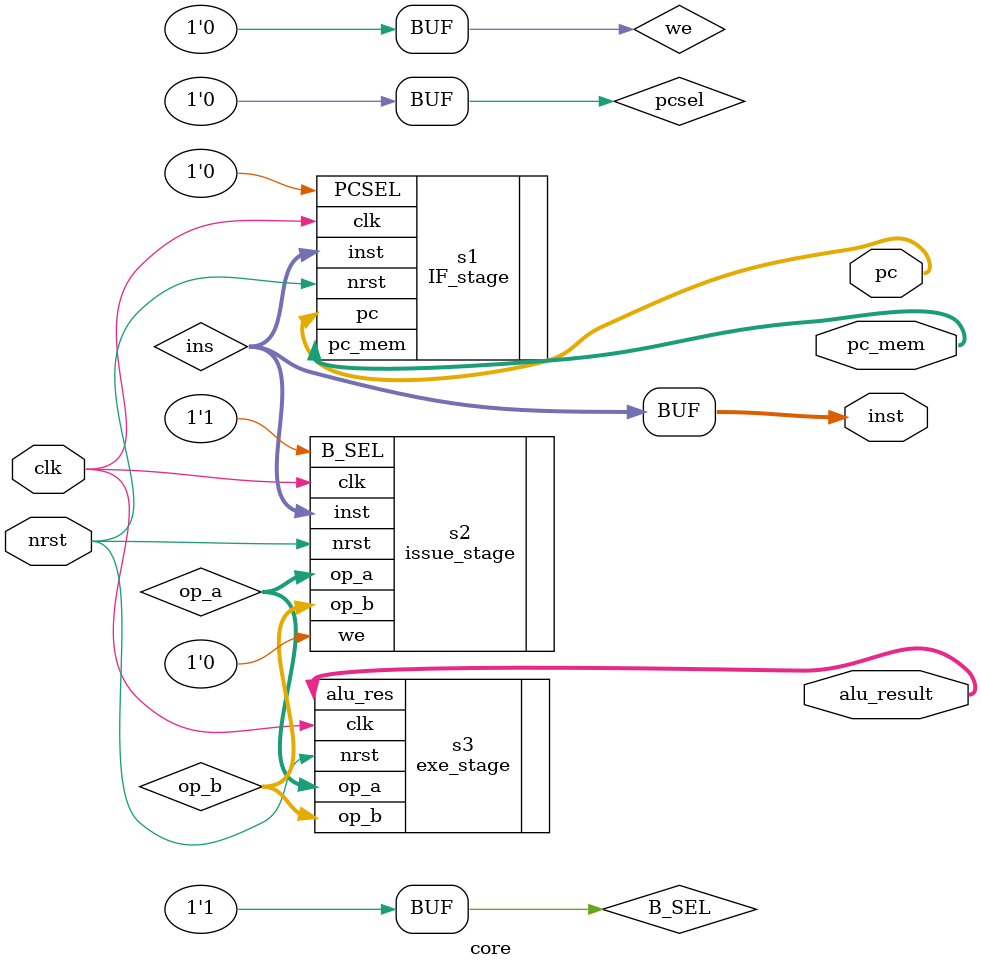
<source format=sv>
module core(
		input logic clk, nrst,
		// these outputs to observe the data flow in pipelines
		output logic [31:0] pc,      	// program counter PIPE #1
		output logic [31:0] pc_mem,   	// pc at instruction mem pipe #2
		output logic [31:0] inst,    	// instruction in PIPE #3
	 	output logic [31:0] alu_result  // alu result in PIPE #4
	);

	// control signals
	logic pcsel, B_SEL, we;    // pc selection / operand B selection / reg file write enable

	// *hardwired comtrol signal for testing untill implementing our control logic* //
	assign pcsel = 0;          // to increment pc by 4
	assign B_SEL = 1; 	   // to choose sign extended immediate
	assign we = 0;		   // to not write back in regfile

	// wires
	logic [31:0] ins;   	   // output wire of IF stage
	logic [31:0] op_a, op_b;   // operands value output from issue stage
	
	// instantiating stages (4 pipelines)
	IF_stage s1 (.clk(clk), .nrst(nrst), .PCSEL(pcsel), .pc(pc), .pc_mem(pc_mem), .inst(ins));
	issue_stage s2 (.clk(clk), .nrst(nrst), .we(we), .B_SEL(B_SEL), .inst(ins), .op_a(op_a), .op_b(op_b));
	exe_stage s3 (.clk(clk), .nrst(nrst), .op_a(op_a), .op_b(op_b), .alu_res(alu_result));
	
	// output
	assign inst = ins;

endmodule

</source>
